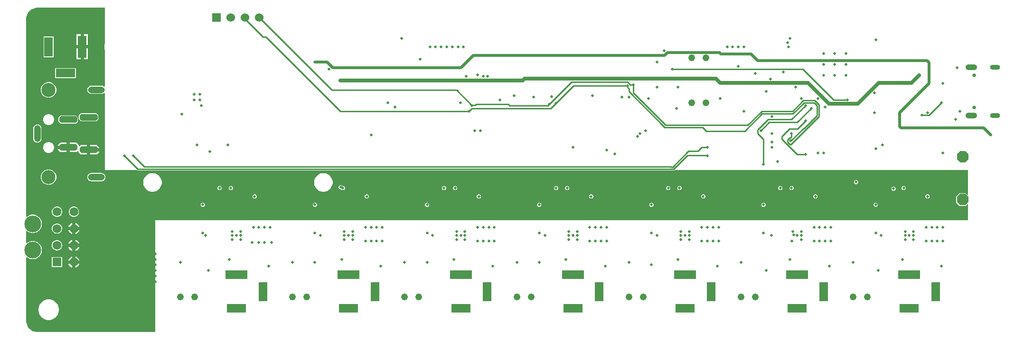
<source format=gbl>
G04*
G04 #@! TF.GenerationSoftware,Altium Limited,Altium Designer,24.4.1 (13)*
G04*
G04 Layer_Physical_Order=4*
G04 Layer_Color=16711680*
%FSLAX44Y44*%
%MOMM*%
G71*
G04*
G04 #@! TF.SameCoordinates,002769C6-68FF-4E06-BC95-C638BAA8078C*
G04*
G04*
G04 #@! TF.FilePolarity,Positive*
G04*
G01*
G75*
%ADD10C,0.2540*%
%ADD88C,3.0000*%
%ADD89C,1.5700*%
%ADD90R,1.5700X1.5700*%
%ADD101C,0.5080*%
%ADD102C,0.6350*%
%ADD104C,1.5240*%
%ADD105R,1.5240X1.5240*%
G04:AMPARAMS|DCode=106|XSize=2mm|YSize=2mm|CornerRadius=0mm|HoleSize=0mm|Usage=FLASHONLY|Rotation=0.000|XOffset=0mm|YOffset=0mm|HoleType=Round|Shape=Octagon|*
%AMOCTAGOND106*
4,1,8,1.0000,-0.5000,1.0000,0.5000,0.5000,1.0000,-0.5000,1.0000,-1.0000,0.5000,-1.0000,-0.5000,-0.5000,-1.0000,0.5000,-1.0000,1.0000,-0.5000,0.0*
%
%ADD106OCTAGOND106*%

%ADD107C,1.2192*%
%ADD108R,4.0000X1.5000*%
%ADD109R,3.5000X1.5000*%
%ADD110R,1.5000X3.5000*%
%ADD111O,2.1000X1.0500*%
%ADD112O,1.8000X0.9000*%
%ADD113C,0.6500*%
%ADD114C,2.5000*%
G04:AMPARAMS|DCode=115|XSize=1.2mm|YSize=3.2mm|CornerRadius=0mm|HoleSize=0mm|Usage=FLASHONLY|Rotation=90.000|XOffset=0mm|YOffset=0mm|HoleType=Round|Shape=Octagon|*
%AMOCTAGOND115*
4,1,8,-1.6000,-0.3000,-1.6000,0.3000,-1.3000,0.6000,1.3000,0.6000,1.6000,0.3000,1.6000,-0.3000,1.3000,-0.6000,-1.3000,-0.6000,-1.6000,-0.3000,0.0*
%
%ADD115OCTAGOND115*%

%ADD116O,1.2000X3.0000*%
%ADD117O,3.0000X1.2000*%
%ADD118R,1.5000X4.0000*%
%ADD119C,0.5000*%
G36*
X150000Y525493D02*
X149932Y525329D01*
X149230Y521799D01*
Y518201D01*
X149932Y514671D01*
X150000Y514507D01*
Y449120D01*
X148730Y448534D01*
X147666Y449350D01*
X145898Y450083D01*
X144000Y450333D01*
X126000D01*
X124102Y450083D01*
X122334Y449350D01*
X120815Y448185D01*
X119650Y446666D01*
X118917Y444898D01*
X118667Y443000D01*
X118917Y441102D01*
X119650Y439334D01*
X120815Y437815D01*
X122334Y436650D01*
X124102Y435917D01*
X126000Y435667D01*
X144000D01*
X145898Y435917D01*
X147666Y436650D01*
X148730Y437466D01*
X150000Y436880D01*
Y300000D01*
X206338D01*
X206880Y299457D01*
X207721Y298896D01*
X208712Y298699D01*
X1164310D01*
X1165301Y298896D01*
X1166142Y299457D01*
X1166684Y300000D01*
X1690000D01*
Y255564D01*
X1688827Y255078D01*
X1685635Y258270D01*
X1674365D01*
X1668730Y252635D01*
Y241365D01*
X1674365Y235730D01*
X1685635D01*
X1688827Y238922D01*
X1690000Y238436D01*
Y210000D01*
X240000D01*
Y10248D01*
X28705D01*
X26138Y10586D01*
X23637Y11256D01*
X21245Y12247D01*
X19003Y13541D01*
X16948Y15117D01*
X15117Y16948D01*
X13541Y19003D01*
X12247Y21245D01*
X11256Y23637D01*
X10586Y26138D01*
X10248Y28705D01*
Y30000D01*
Y143384D01*
X10953Y143676D01*
X11518Y143803D01*
X14093Y142082D01*
X17054Y140855D01*
X20198Y140230D01*
X23402D01*
X26546Y140855D01*
X29507Y142082D01*
X32171Y143862D01*
X34438Y146129D01*
X36218Y148793D01*
X37445Y151754D01*
X38070Y154897D01*
Y158103D01*
X37445Y161246D01*
X36218Y164207D01*
X34438Y166871D01*
X32171Y169138D01*
X29507Y170918D01*
X26546Y172145D01*
X23402Y172770D01*
X20198D01*
X17054Y172145D01*
X14093Y170918D01*
X11518Y169197D01*
X10953Y169324D01*
X10248Y169616D01*
Y190384D01*
X10953Y190676D01*
X11518Y190803D01*
X14093Y189082D01*
X17054Y187855D01*
X20198Y187230D01*
X23402D01*
X26546Y187855D01*
X29507Y189082D01*
X32171Y190862D01*
X34438Y193129D01*
X36218Y195793D01*
X37445Y198754D01*
X38070Y201898D01*
Y205103D01*
X37445Y208246D01*
X37155Y208944D01*
X37861Y210000D01*
X36718D01*
X36218Y211207D01*
X34438Y213871D01*
X32171Y216138D01*
X29507Y217918D01*
X26546Y219145D01*
X23402Y219770D01*
X20198D01*
X17054Y219145D01*
X14093Y217918D01*
X11518Y216197D01*
X10953Y216324D01*
X10248Y216616D01*
Y570000D01*
Y571295D01*
X10586Y573862D01*
X11256Y576363D01*
X12247Y578755D01*
X13541Y580997D01*
X15117Y583051D01*
X16948Y584883D01*
X19003Y586459D01*
X21245Y587753D01*
X23637Y588744D01*
X26138Y589414D01*
X28705Y589752D01*
X150000D01*
Y525493D01*
D02*
G37*
%LPC*%
G36*
X120040Y542540D02*
X113000D01*
Y523000D01*
X120040D01*
Y542540D01*
D02*
G37*
G36*
X107000D02*
X99960D01*
Y523000D01*
X107000D01*
Y542540D01*
D02*
G37*
G36*
X58770Y538770D02*
X41230D01*
Y501230D01*
X58770D01*
Y538770D01*
D02*
G37*
G36*
X120040Y517000D02*
X113000D01*
Y497460D01*
X120040D01*
Y517000D01*
D02*
G37*
G36*
X107000D02*
X99960D01*
Y497460D01*
X107000D01*
Y517000D01*
D02*
G37*
G36*
X98770Y481770D02*
X61230D01*
Y464230D01*
X98770D01*
Y481770D01*
D02*
G37*
G36*
X51813Y456770D02*
X48187D01*
X44685Y455832D01*
X41545Y454019D01*
X38981Y451455D01*
X37168Y448315D01*
X36230Y444813D01*
Y441187D01*
X37168Y437685D01*
X38981Y434545D01*
X41545Y431981D01*
X44685Y430168D01*
X48187Y429230D01*
X51813D01*
X55315Y430168D01*
X58455Y431981D01*
X61019Y434545D01*
X62832Y437685D01*
X63770Y441187D01*
Y444813D01*
X62832Y448315D01*
X61019Y451455D01*
X58455Y454019D01*
X55315Y455832D01*
X51813Y456770D01*
D02*
G37*
G36*
X135135Y401270D02*
X107865D01*
X104230Y397635D01*
Y390365D01*
X107865Y386730D01*
X135135D01*
X138770Y390365D01*
Y397635D01*
X135135Y401270D01*
D02*
G37*
G36*
X98635Y397270D02*
X71365D01*
X67730Y393635D01*
Y386365D01*
X71365Y382730D01*
X98635D01*
X102270Y386365D01*
Y393635D01*
X98635Y397270D01*
D02*
G37*
G36*
X51286Y399770D02*
X48714D01*
X46229Y399104D01*
X44001Y397818D01*
X42182Y395999D01*
X40896Y393771D01*
X40230Y391286D01*
Y388714D01*
X40896Y386229D01*
X42182Y384001D01*
X44001Y382182D01*
X46229Y380896D01*
X48714Y380230D01*
X51286D01*
X53771Y380896D01*
X55999Y382182D01*
X57818Y384001D01*
X59104Y386229D01*
X59770Y388714D01*
Y391286D01*
X59104Y393771D01*
X57818Y395999D01*
X55999Y397818D01*
X53771Y399104D01*
X51286Y399770D01*
D02*
G37*
G36*
X30000Y381333D02*
X28102Y381083D01*
X26334Y380350D01*
X24815Y379185D01*
X23650Y377666D01*
X22917Y375898D01*
X22667Y374000D01*
Y356000D01*
X22917Y354102D01*
X23650Y352334D01*
X24815Y350815D01*
X26334Y349650D01*
X28102Y348917D01*
X30000Y348667D01*
X31898Y348917D01*
X33666Y349650D01*
X35185Y350815D01*
X36350Y352334D01*
X37083Y354102D01*
X37333Y356000D01*
Y374000D01*
X37083Y375898D01*
X36350Y377666D01*
X35185Y379185D01*
X33666Y380350D01*
X31898Y381083D01*
X30000Y381333D01*
D02*
G37*
G36*
X82000Y348540D02*
X70730D01*
X66460Y344270D01*
Y343000D01*
X82000D01*
Y348540D01*
D02*
G37*
G36*
X135770Y344540D02*
X124500D01*
Y339000D01*
X140040D01*
Y340270D01*
X135770Y344540D01*
D02*
G37*
G36*
X82000Y337000D02*
X66460D01*
Y335730D01*
X70730Y331460D01*
X82000D01*
Y337000D01*
D02*
G37*
G36*
X51286Y349770D02*
X48714D01*
X46229Y349104D01*
X44001Y347818D01*
X42182Y345999D01*
X40896Y343771D01*
X40230Y341286D01*
Y338714D01*
X40896Y336229D01*
X42182Y334001D01*
X44001Y332182D01*
X46229Y330896D01*
X48714Y330230D01*
X51286D01*
X53771Y330896D01*
X55999Y332182D01*
X57818Y334001D01*
X59104Y336229D01*
X59770Y338714D01*
Y341286D01*
X59104Y343771D01*
X57818Y345999D01*
X55999Y347818D01*
X53771Y349104D01*
X51286Y349770D01*
D02*
G37*
G36*
X140040Y333000D02*
X124500D01*
Y327460D01*
X135770D01*
X140040Y331730D01*
Y333000D01*
D02*
G37*
G36*
X99270Y348540D02*
X88000D01*
Y340000D01*
Y331460D01*
X99270D01*
X101787Y333977D01*
X102960Y333491D01*
Y331730D01*
X107230Y327460D01*
X118500D01*
Y336000D01*
Y344540D01*
X107230D01*
X104713Y342023D01*
X103540Y342509D01*
Y344270D01*
X99270Y348540D01*
D02*
G37*
G36*
X144000Y294333D02*
X126000D01*
X124102Y294083D01*
X122334Y293350D01*
X120815Y292185D01*
X119650Y290666D01*
X118917Y288898D01*
X118667Y287000D01*
X118917Y285102D01*
X119650Y283334D01*
X120815Y281815D01*
X122334Y280650D01*
X124102Y279917D01*
X126000Y279667D01*
X144000D01*
X145898Y279917D01*
X147666Y280650D01*
X149185Y281815D01*
X150350Y283334D01*
X151083Y285102D01*
X151333Y287000D01*
X151083Y288898D01*
X150350Y290666D01*
X149185Y292185D01*
X147666Y293350D01*
X145898Y294083D01*
X144000Y294333D01*
D02*
G37*
G36*
X1490669Y282063D02*
X1489169D01*
X1487784Y281489D01*
X1486723Y280429D01*
X1486149Y279043D01*
Y277543D01*
X1486723Y276158D01*
X1487784Y275097D01*
X1489169Y274523D01*
X1490669D01*
X1492055Y275097D01*
X1493116Y276158D01*
X1493689Y277543D01*
Y279043D01*
X1493116Y280429D01*
X1492055Y281489D01*
X1490669Y282063D01*
D02*
G37*
G36*
X51813Y300770D02*
X48187D01*
X44685Y299832D01*
X41545Y298019D01*
X38981Y295455D01*
X37168Y292315D01*
X36230Y288813D01*
Y285187D01*
X37168Y281685D01*
X38981Y278545D01*
X41545Y275981D01*
X44685Y274168D01*
X48187Y273230D01*
X51813D01*
X55315Y274168D01*
X58455Y275981D01*
X61019Y278545D01*
X62832Y281685D01*
X63770Y285187D01*
Y288813D01*
X62832Y292315D01*
X61019Y295455D01*
X58455Y298019D01*
X55315Y299832D01*
X51813Y300770D01*
D02*
G37*
G36*
X1575750Y271270D02*
X1574250D01*
X1572865Y270696D01*
X1571804Y269636D01*
X1571230Y268250D01*
Y266750D01*
X1571804Y265364D01*
X1572865Y264304D01*
X1574250Y263730D01*
X1575750D01*
X1577135Y264304D01*
X1578196Y265364D01*
X1578770Y266750D01*
Y268250D01*
X1578196Y269636D01*
X1577135Y270696D01*
X1575750Y271270D01*
D02*
G37*
G36*
X1375750D02*
X1374250D01*
X1372865Y270696D01*
X1371804Y269636D01*
X1371230Y268250D01*
Y266750D01*
X1371804Y265364D01*
X1372865Y264304D01*
X1374250Y263730D01*
X1375750D01*
X1377135Y264304D01*
X1378196Y265364D01*
X1378770Y266750D01*
Y268250D01*
X1378196Y269636D01*
X1377135Y270696D01*
X1375750Y271270D01*
D02*
G37*
G36*
X1355750D02*
X1354250D01*
X1352865Y270696D01*
X1351804Y269636D01*
X1351230Y268250D01*
Y266750D01*
X1351804Y265364D01*
X1352865Y264304D01*
X1354250Y263730D01*
X1355750D01*
X1357135Y264304D01*
X1358196Y265364D01*
X1358770Y266750D01*
Y268250D01*
X1358196Y269636D01*
X1357135Y270696D01*
X1355750Y271270D01*
D02*
G37*
G36*
X1175750D02*
X1174250D01*
X1172865Y270696D01*
X1171804Y269636D01*
X1171230Y268250D01*
Y266750D01*
X1171804Y265364D01*
X1172865Y264304D01*
X1174250Y263730D01*
X1175750D01*
X1177135Y264304D01*
X1178196Y265364D01*
X1178770Y266750D01*
Y268250D01*
X1178196Y269636D01*
X1177135Y270696D01*
X1175750Y271270D01*
D02*
G37*
G36*
X1155750D02*
X1154250D01*
X1152865Y270696D01*
X1151804Y269636D01*
X1151230Y268250D01*
Y266750D01*
X1151804Y265364D01*
X1152865Y264304D01*
X1154250Y263730D01*
X1155750D01*
X1157136Y264304D01*
X1158196Y265364D01*
X1158770Y266750D01*
Y268250D01*
X1158196Y269636D01*
X1157136Y270696D01*
X1155750Y271270D01*
D02*
G37*
G36*
X975750D02*
X974250D01*
X972865Y270696D01*
X971804Y269636D01*
X971230Y268250D01*
Y266750D01*
X971804Y265364D01*
X972865Y264304D01*
X974250Y263730D01*
X975750D01*
X977135Y264304D01*
X978196Y265364D01*
X978770Y266750D01*
Y268250D01*
X978196Y269636D01*
X977135Y270696D01*
X975750Y271270D01*
D02*
G37*
G36*
X955750D02*
X954250D01*
X952865Y270696D01*
X951804Y269636D01*
X951230Y268250D01*
Y266750D01*
X951804Y265364D01*
X952865Y264304D01*
X954250Y263730D01*
X955750D01*
X957136Y264304D01*
X958196Y265364D01*
X958770Y266750D01*
Y268250D01*
X958196Y269636D01*
X957136Y270696D01*
X955750Y271270D01*
D02*
G37*
G36*
X775750D02*
X774250D01*
X772865Y270696D01*
X771804Y269636D01*
X771230Y268250D01*
Y266750D01*
X771804Y265364D01*
X772865Y264304D01*
X774250Y263730D01*
X775750D01*
X777135Y264304D01*
X778196Y265364D01*
X778770Y266750D01*
Y268250D01*
X778196Y269636D01*
X777135Y270696D01*
X775750Y271270D01*
D02*
G37*
G36*
X755750D02*
X754250D01*
X752865Y270696D01*
X751804Y269636D01*
X751230Y268250D01*
Y266750D01*
X751804Y265364D01*
X752865Y264304D01*
X754250Y263730D01*
X755750D01*
X757135Y264304D01*
X758196Y265364D01*
X758770Y266750D01*
Y268250D01*
X758196Y269636D01*
X757135Y270696D01*
X755750Y271270D01*
D02*
G37*
G36*
X571814Y272706D02*
X570314D01*
X568928Y272132D01*
X567868Y271072D01*
X567294Y269686D01*
Y268186D01*
X567868Y266801D01*
X568928Y265740D01*
X570314Y265166D01*
X571814D01*
X571947Y265221D01*
X572864Y264304D01*
X574250Y263730D01*
X575750D01*
X577136Y264304D01*
X578196Y265364D01*
X578770Y266750D01*
Y268250D01*
X578196Y269636D01*
X577136Y270696D01*
X575750Y271270D01*
X574250D01*
X574117Y271215D01*
X573199Y272132D01*
X571814Y272706D01*
D02*
G37*
G36*
X375750Y271270D02*
X374250D01*
X372864Y270696D01*
X371804Y269636D01*
X371230Y268250D01*
Y266750D01*
X371804Y265364D01*
X372864Y264304D01*
X374250Y263730D01*
X375750D01*
X377136Y264304D01*
X378196Y265364D01*
X378770Y266750D01*
Y268250D01*
X378196Y269636D01*
X377136Y270696D01*
X375750Y271270D01*
D02*
G37*
G36*
X355750D02*
X354250D01*
X352864Y270696D01*
X351804Y269636D01*
X351230Y268250D01*
Y266750D01*
X351804Y265364D01*
X352864Y264304D01*
X354250Y263730D01*
X355750D01*
X357136Y264304D01*
X358196Y265364D01*
X358770Y266750D01*
Y268250D01*
X358196Y269636D01*
X357136Y270696D01*
X355750Y271270D01*
D02*
G37*
G36*
X1557690Y270079D02*
X1556191D01*
X1554805Y269506D01*
X1553744Y268445D01*
X1553170Y267059D01*
Y265560D01*
X1553744Y264174D01*
X1554805Y263113D01*
X1556191Y262540D01*
X1557690D01*
X1559076Y263113D01*
X1560137Y264174D01*
X1560710Y265560D01*
Y267059D01*
X1560137Y268445D01*
X1559076Y269506D01*
X1557690Y270079D01*
D02*
G37*
G36*
X541626Y294010D02*
X538374D01*
X535184Y293375D01*
X532180Y292131D01*
X529476Y290324D01*
X527176Y288025D01*
X525369Y285320D01*
X524124Y282316D01*
X523490Y279126D01*
Y275874D01*
X524124Y272684D01*
X525369Y269680D01*
X527176Y266975D01*
X529476Y264676D01*
X532180Y262869D01*
X535184Y261625D01*
X538374Y260990D01*
X541626D01*
X544816Y261625D01*
X547820Y262869D01*
X550524Y264676D01*
X552824Y266975D01*
X554631Y269680D01*
X555876Y272684D01*
X556510Y275874D01*
Y279126D01*
X555876Y282316D01*
X554631Y285320D01*
X552824Y288025D01*
X550524Y290324D01*
X547820Y292131D01*
X544816Y293375D01*
X541626Y294010D01*
D02*
G37*
G36*
X236826D02*
X233574D01*
X230384Y293375D01*
X227380Y292131D01*
X224676Y290324D01*
X222376Y288025D01*
X220569Y285320D01*
X219324Y282316D01*
X218690Y279126D01*
Y275874D01*
X219324Y272684D01*
X220569Y269680D01*
X222376Y266975D01*
X224676Y264676D01*
X227380Y262869D01*
X230384Y261625D01*
X233574Y260990D01*
X236826D01*
X240016Y261625D01*
X243020Y262869D01*
X245725Y264676D01*
X248024Y266975D01*
X249831Y269680D01*
X251075Y272684D01*
X251710Y275874D01*
Y279126D01*
X251075Y282316D01*
X249831Y285320D01*
X248024Y288025D01*
X245725Y290324D01*
X243020Y292131D01*
X240016Y293375D01*
X236826Y294010D01*
D02*
G37*
G36*
X1618250Y256270D02*
X1616750D01*
X1615365Y255696D01*
X1614304Y254636D01*
X1613730Y253250D01*
Y251750D01*
X1614304Y250364D01*
X1615365Y249304D01*
X1616750Y248730D01*
X1618250D01*
X1619635Y249304D01*
X1620696Y250364D01*
X1621270Y251750D01*
Y253250D01*
X1620696Y254636D01*
X1619635Y255696D01*
X1618250Y256270D01*
D02*
G37*
G36*
X1418250D02*
X1416750D01*
X1415365Y255696D01*
X1414304Y254636D01*
X1413730Y253250D01*
Y251750D01*
X1414304Y250364D01*
X1415365Y249304D01*
X1416750Y248730D01*
X1418250D01*
X1419635Y249304D01*
X1420696Y250364D01*
X1421270Y251750D01*
Y253250D01*
X1420696Y254636D01*
X1419635Y255696D01*
X1418250Y256270D01*
D02*
G37*
G36*
X1218250D02*
X1216750D01*
X1215365Y255696D01*
X1214304Y254636D01*
X1213730Y253250D01*
Y251750D01*
X1214304Y250364D01*
X1215365Y249304D01*
X1216750Y248730D01*
X1218250D01*
X1219636Y249304D01*
X1220696Y250364D01*
X1221270Y251750D01*
Y253250D01*
X1220696Y254636D01*
X1219636Y255696D01*
X1218250Y256270D01*
D02*
G37*
G36*
X1018250D02*
X1016750D01*
X1015365Y255696D01*
X1014304Y254636D01*
X1013730Y253250D01*
Y251750D01*
X1014304Y250364D01*
X1015365Y249304D01*
X1016750Y248730D01*
X1018250D01*
X1019636Y249304D01*
X1020696Y250364D01*
X1021270Y251750D01*
Y253250D01*
X1020696Y254636D01*
X1019636Y255696D01*
X1018250Y256270D01*
D02*
G37*
G36*
X818250D02*
X816750D01*
X815365Y255696D01*
X814304Y254636D01*
X813730Y253250D01*
Y251750D01*
X814304Y250364D01*
X815365Y249304D01*
X816750Y248730D01*
X818250D01*
X819635Y249304D01*
X820696Y250364D01*
X821270Y251750D01*
Y253250D01*
X820696Y254636D01*
X819635Y255696D01*
X818250Y256270D01*
D02*
G37*
G36*
X618250D02*
X616750D01*
X615364Y255696D01*
X614304Y254636D01*
X613730Y253250D01*
Y251750D01*
X614304Y250364D01*
X615364Y249304D01*
X616750Y248730D01*
X618250D01*
X619636Y249304D01*
X620696Y250364D01*
X621270Y251750D01*
Y253250D01*
X620696Y254636D01*
X619636Y255696D01*
X618250Y256270D01*
D02*
G37*
G36*
X418250D02*
X416750D01*
X415364Y255696D01*
X414304Y254636D01*
X413730Y253250D01*
Y251750D01*
X414304Y250364D01*
X415364Y249304D01*
X416750Y248730D01*
X418250D01*
X419636Y249304D01*
X420696Y250364D01*
X421270Y251750D01*
Y253250D01*
X420696Y254636D01*
X419636Y255696D01*
X418250Y256270D01*
D02*
G37*
G36*
X1525750Y241270D02*
X1524250D01*
X1522865Y240696D01*
X1521804Y239636D01*
X1521230Y238250D01*
Y236750D01*
X1521804Y235364D01*
X1522865Y234304D01*
X1524250Y233730D01*
X1525750D01*
X1527135Y234304D01*
X1528196Y235364D01*
X1528770Y236750D01*
Y238250D01*
X1528196Y239636D01*
X1527135Y240696D01*
X1525750Y241270D01*
D02*
G37*
G36*
X1325670D02*
X1324170D01*
X1322784Y240696D01*
X1321724Y239636D01*
X1321150Y238250D01*
Y236750D01*
X1321724Y235364D01*
X1322784Y234304D01*
X1324170Y233730D01*
X1325670D01*
X1327056Y234304D01*
X1328116Y235364D01*
X1328690Y236750D01*
Y238250D01*
X1328116Y239636D01*
X1327056Y240696D01*
X1325670Y241270D01*
D02*
G37*
G36*
X1125750D02*
X1124250D01*
X1122865Y240696D01*
X1121804Y239636D01*
X1121230Y238250D01*
Y236750D01*
X1121804Y235364D01*
X1122865Y234304D01*
X1124250Y233730D01*
X1125750D01*
X1127135Y234304D01*
X1128196Y235364D01*
X1128770Y236750D01*
Y238250D01*
X1128196Y239636D01*
X1127135Y240696D01*
X1125750Y241270D01*
D02*
G37*
G36*
X925750D02*
X924250D01*
X922865Y240696D01*
X921804Y239636D01*
X921230Y238250D01*
Y236750D01*
X921804Y235364D01*
X922865Y234304D01*
X924250Y233730D01*
X925750D01*
X927135Y234304D01*
X928196Y235364D01*
X928770Y236750D01*
Y238250D01*
X928196Y239636D01*
X927135Y240696D01*
X925750Y241270D01*
D02*
G37*
G36*
X725750D02*
X724250D01*
X722865Y240696D01*
X721804Y239636D01*
X721230Y238250D01*
Y236750D01*
X721804Y235364D01*
X722865Y234304D01*
X724250Y233730D01*
X725750D01*
X727135Y234304D01*
X728196Y235364D01*
X728770Y236750D01*
Y238250D01*
X728196Y239636D01*
X727135Y240696D01*
X725750Y241270D01*
D02*
G37*
G36*
X525750D02*
X524250D01*
X522864Y240696D01*
X521804Y239636D01*
X521230Y238250D01*
Y236750D01*
X521804Y235364D01*
X522864Y234304D01*
X524250Y233730D01*
X525750D01*
X527136Y234304D01*
X528196Y235364D01*
X528770Y236750D01*
Y238250D01*
X528196Y239636D01*
X527136Y240696D01*
X525750Y241270D01*
D02*
G37*
G36*
X325750D02*
X324250D01*
X322864Y240696D01*
X321804Y239636D01*
X321230Y238250D01*
Y236750D01*
X321804Y235364D01*
X322864Y234304D01*
X324250Y233730D01*
X325750D01*
X327136Y234304D01*
X328196Y235364D01*
X328770Y236750D01*
Y238250D01*
X328196Y239636D01*
X327136Y240696D01*
X325750Y241270D01*
D02*
G37*
G36*
X96201Y234220D02*
X93799D01*
X91480Y233598D01*
X89400Y232398D01*
X87702Y230700D01*
X86502Y228620D01*
X85880Y226301D01*
Y223899D01*
X86502Y221580D01*
X87702Y219500D01*
X89400Y217802D01*
X91480Y216602D01*
X93799Y215980D01*
X96201D01*
X98520Y216602D01*
X100600Y217802D01*
X102298Y219500D01*
X103498Y221580D01*
X104120Y223899D01*
Y226301D01*
X103498Y228620D01*
X102298Y230700D01*
X100600Y232398D01*
X98520Y233598D01*
X96201Y234220D01*
D02*
G37*
G36*
X66201D02*
X63799D01*
X61480Y233598D01*
X59400Y232398D01*
X57702Y230700D01*
X56501Y228620D01*
X55880Y226301D01*
Y223899D01*
X56501Y221580D01*
X57702Y219500D01*
X59400Y217802D01*
X61480Y216602D01*
X63799Y215980D01*
X66201D01*
X68520Y216602D01*
X70600Y217802D01*
X72298Y219500D01*
X73499Y221580D01*
X74120Y223899D01*
Y226301D01*
X73499Y228620D01*
X72298Y230700D01*
X70600Y232398D01*
X68520Y233598D01*
X66201Y234220D01*
D02*
G37*
G36*
X98000Y205053D02*
Y198100D01*
X104953D01*
X104682Y199110D01*
X103314Y201480D01*
X101380Y203414D01*
X99010Y204782D01*
X98000Y205053D01*
D02*
G37*
G36*
X92000Y205053D02*
X90990Y204782D01*
X88620Y203414D01*
X86686Y201480D01*
X85318Y199110D01*
X85047Y198100D01*
X92000D01*
Y205053D01*
D02*
G37*
G36*
X66201Y204220D02*
X63799D01*
X61480Y203598D01*
X59400Y202398D01*
X57702Y200700D01*
X56501Y198620D01*
X55880Y196301D01*
Y193899D01*
X56501Y191580D01*
X57702Y189500D01*
X59400Y187802D01*
X61480Y186602D01*
X63799Y185980D01*
X66201D01*
X68520Y186602D01*
X70600Y187802D01*
X72298Y189500D01*
X73499Y191580D01*
X74120Y193899D01*
Y196301D01*
X73499Y198620D01*
X72298Y200700D01*
X70600Y202398D01*
X68520Y203598D01*
X66201Y204220D01*
D02*
G37*
G36*
X92000Y192100D02*
X85047D01*
X85318Y191090D01*
X86686Y188720D01*
X88620Y186786D01*
X90990Y185418D01*
X92000Y185147D01*
Y192100D01*
D02*
G37*
G36*
X104953D02*
X98000D01*
Y185147D01*
X99010Y185418D01*
X101380Y186786D01*
X103314Y188720D01*
X104682Y191090D01*
X104953Y192100D01*
D02*
G37*
G36*
X98000Y175053D02*
Y168100D01*
X104953D01*
X104682Y169110D01*
X103314Y171480D01*
X101380Y173414D01*
X99010Y174782D01*
X98000Y175053D01*
D02*
G37*
G36*
X92000Y175053D02*
X90990Y174782D01*
X88620Y173414D01*
X86686Y171480D01*
X85318Y169110D01*
X85047Y168100D01*
X92000D01*
Y175053D01*
D02*
G37*
G36*
X66201Y174220D02*
X63799D01*
X61480Y173598D01*
X59400Y172398D01*
X57702Y170700D01*
X56501Y168620D01*
X55880Y166301D01*
Y163899D01*
X56501Y161580D01*
X57702Y159500D01*
X59400Y157802D01*
X61480Y156601D01*
X63799Y155980D01*
X66201D01*
X68520Y156601D01*
X70600Y157802D01*
X72298Y159500D01*
X73499Y161580D01*
X74120Y163899D01*
Y166301D01*
X73499Y168620D01*
X72298Y170700D01*
X70600Y172398D01*
X68520Y173598D01*
X66201Y174220D01*
D02*
G37*
G36*
X92000Y162100D02*
X85047D01*
X85318Y161090D01*
X86686Y158720D01*
X88620Y156786D01*
X90990Y155418D01*
X92000Y155147D01*
Y162100D01*
D02*
G37*
G36*
X104953D02*
X98000D01*
Y155147D01*
X99010Y155418D01*
X101380Y156786D01*
X103314Y158720D01*
X104682Y161090D01*
X104953Y162100D01*
D02*
G37*
G36*
X98000Y145053D02*
Y138100D01*
X104953D01*
X104682Y139110D01*
X103314Y141480D01*
X101380Y143414D01*
X99010Y144782D01*
X98000Y145053D01*
D02*
G37*
G36*
X92000D02*
X90990Y144782D01*
X88620Y143414D01*
X86686Y141480D01*
X85318Y139110D01*
X85047Y138100D01*
X92000D01*
Y145053D01*
D02*
G37*
G36*
X74120Y144220D02*
X55880D01*
Y125980D01*
X74120D01*
Y144220D01*
D02*
G37*
G36*
X104953Y132100D02*
X98000D01*
Y125147D01*
X99010Y125418D01*
X101380Y126786D01*
X103314Y128720D01*
X104682Y131090D01*
X104953Y132100D01*
D02*
G37*
G36*
X92000D02*
X85047D01*
X85318Y131090D01*
X86686Y128720D01*
X88620Y126786D01*
X90990Y125418D01*
X92000Y125147D01*
Y132100D01*
D02*
G37*
G36*
X51799Y68270D02*
X48201D01*
X44671Y67568D01*
X41346Y66191D01*
X38354Y64191D01*
X35809Y61646D01*
X33809Y58654D01*
X32432Y55329D01*
X31730Y51799D01*
Y48201D01*
X32432Y44671D01*
X33809Y41346D01*
X35809Y38354D01*
X38354Y35809D01*
X41346Y33809D01*
X44671Y32432D01*
X48201Y31730D01*
X51799D01*
X55329Y32432D01*
X58654Y33809D01*
X61646Y35809D01*
X64191Y38354D01*
X66191Y41346D01*
X67568Y44671D01*
X68270Y48201D01*
Y51799D01*
X67568Y55329D01*
X66191Y58654D01*
X64191Y61646D01*
X61646Y64191D01*
X58654Y66191D01*
X55329Y67568D01*
X51799Y68270D01*
D02*
G37*
%LPD*%
D10*
X425700Y572140D02*
X555340Y442500D01*
X777540D01*
X805000Y415040D01*
X400000Y570000D02*
X432500Y537500D01*
X437500D01*
X1160628Y305098D02*
X1162732D01*
X1190878Y333244D01*
X201270Y325040D02*
X220913Y305397D01*
X1164310Y301288D02*
X1189382Y326360D01*
X185000Y325000D02*
X208712Y301288D01*
X220913Y305397D02*
X1160329D01*
X1060000Y282500D02*
Y295196D01*
X1160329Y305397D02*
X1160628Y305098D01*
X208712Y301288D02*
X1164310D01*
X437500Y537500D02*
X570000Y405000D01*
X1395000Y480000D02*
X1450000Y425000D01*
X1162500Y480000D02*
X1395000D01*
X1396166Y418610D02*
X1397596Y420040D01*
X1396126Y418610D02*
X1396166D01*
X1377128Y405000D02*
X1394548Y422420D01*
X1396018Y423850D02*
X1416538D01*
X1394548Y422420D02*
X1394588D01*
X1396018Y423850D01*
X1377596Y400080D02*
X1396126Y418610D01*
X1397596Y420040D02*
X1414960D01*
X1085000Y439944D02*
Y444960D01*
Y439944D02*
X1148754Y376190D01*
X1082971Y446989D02*
Y449579D01*
Y446989D02*
X1085000Y444960D01*
X1092460Y437872D02*
X1150332Y380000D01*
X1082500Y450049D02*
X1082971Y449579D01*
X1450000Y425000D02*
X1475000D01*
X1414960Y420040D02*
X1420000Y415000D01*
Y396916D02*
Y415000D01*
X1416538Y423850D02*
X1423810Y416578D01*
X1397691Y374607D02*
X1420000Y396916D01*
X1375000Y390000D02*
X1400000Y415000D01*
X1384984Y327500D02*
X1400000D01*
X1357500Y354984D02*
Y360000D01*
Y354984D02*
X1384984Y327500D01*
X1371015Y373515D02*
X1386015D01*
X1400000Y387500D01*
X1357500Y360000D02*
X1371015Y373515D01*
X1375000Y358643D02*
Y365000D01*
X1189382Y326360D02*
X1220951D01*
X1190878Y333244D02*
X1208244D01*
X1220951Y326360D02*
X1225000Y325040D01*
X1208244Y333244D02*
X1215000Y340000D01*
X1225000D01*
X955000Y419368D02*
X985681Y450049D01*
X1082500D01*
X942500Y417500D02*
X982500Y457500D01*
X1082177D02*
X1087177Y452500D01*
X982500Y457500D02*
X1082177D01*
X945632Y410000D02*
X955000Y419368D01*
X1087177Y452500D02*
X1092500D01*
X1092460Y437872D02*
Y452460D01*
X1092500Y452500D01*
X1150332Y380000D02*
X1297112D01*
X1216310Y376190D02*
X1223160Y369340D01*
X1148754Y376190D02*
X1216310D01*
X940040Y415040D02*
X942500Y417500D01*
X570000Y405000D02*
X800000D01*
X1223160Y369340D02*
X1291840D01*
X805000Y410000D02*
X945632D01*
X1297112Y380000D02*
X1322112Y405000D01*
X1377128D01*
X1322580Y400080D02*
X1377596D01*
X1333276Y390000D02*
X1375000D01*
X800000Y405000D02*
X805000Y410000D01*
X1291840Y369340D02*
X1322580Y400080D01*
X1320202Y370202D02*
X1335000Y385000D01*
X1320202Y369798D02*
Y370202D01*
X1314960Y365040D02*
Y371684D01*
X1333276Y390000D01*
X1373573Y351828D02*
X1396352Y374607D01*
X1368132Y349740D02*
X1372120Y345752D01*
X1368132Y353915D02*
X1371085Y356868D01*
X1373172Y351828D02*
X1373573D01*
X1396352Y374607D02*
X1397691D01*
X1374224Y345752D02*
X1423810Y395338D01*
X1368132Y349740D02*
Y353915D01*
X1372120Y345752D02*
X1374224D01*
X1373224Y356868D02*
X1375000Y358643D01*
X1423810Y395338D02*
Y416578D01*
X1371085Y356868D02*
X1373224D01*
X1620000Y397500D02*
X1642500Y420000D01*
X1607500Y397500D02*
X1620000D01*
X1385000Y385000D02*
X1410000Y410000D01*
X1335000Y385000D02*
X1385000D01*
X1314960Y365040D02*
X1325000Y355000D01*
Y310000D02*
Y355000D01*
X869707Y417500D02*
X872167Y415040D01*
X940040D01*
X812580Y417500D02*
X869707D01*
X805000Y415040D02*
X805471Y415511D01*
X810591D02*
X812580Y417500D01*
X805471Y415511D02*
X810591D01*
X1050000Y272500D02*
X1060000Y282500D01*
D88*
X21800Y156500D02*
D03*
Y203500D02*
D03*
D89*
X65000Y225100D02*
D03*
Y195100D02*
D03*
Y165100D02*
D03*
X95000Y135100D02*
D03*
Y165100D02*
D03*
Y195100D02*
D03*
Y225100D02*
D03*
D90*
X65000Y135100D02*
D03*
D101*
X785000Y482500D02*
X807500Y505000D01*
X546424Y492500D02*
X556424Y482500D01*
X785000D01*
X525000Y492500D02*
X546424D01*
X807500Y505000D02*
X1148438D01*
X1153344Y509906D01*
X1246495D01*
X1248901Y507500D01*
X1302500D01*
X1315000Y495000D01*
X1617024D02*
X1620000Y492024D01*
X1315000Y495000D02*
X1617024D01*
X1620000Y455000D02*
Y492024D01*
X1567500Y377976D02*
Y402500D01*
X1570476Y375000D02*
X1717500D01*
X1567500Y377976D02*
X1570476Y375000D01*
X1567500Y402500D02*
X1620000Y455000D01*
X1717500Y375000D02*
X1730000Y362500D01*
D102*
X570040Y460000D02*
X895762D01*
X570000Y460040D02*
X570040Y460000D01*
X895762D02*
X898977Y463215D01*
X1240210D01*
X1441727Y418055D02*
X1493233D01*
X1404326Y455456D02*
X1441727Y418055D01*
X1493233D02*
X1530634Y455456D01*
X1247969D02*
X1404326D01*
X1530634D02*
X1589201D01*
X1240210Y463215D02*
X1247969Y455456D01*
X1589201D02*
X1602500Y468754D01*
D104*
X425700Y572140D02*
D03*
X400300D02*
D03*
X374900D02*
D03*
D105*
X349500D02*
D03*
D106*
X1680000Y247000D02*
D03*
Y323000D02*
D03*
D107*
X285000Y72500D02*
D03*
X310400D02*
D03*
X1222400Y500000D02*
D03*
X1197000D02*
D03*
X510400Y72500D02*
D03*
X485000D02*
D03*
X1510400D02*
D03*
X1485000D02*
D03*
X1310400D02*
D03*
X1285000D02*
D03*
X1110400D02*
D03*
X1085000D02*
D03*
X910400D02*
D03*
X885000D02*
D03*
X710400D02*
D03*
X685000D02*
D03*
X1222400Y420000D02*
D03*
X1197000D02*
D03*
D108*
X385000Y112500D02*
D03*
X1585000D02*
D03*
X1385000D02*
D03*
X1185000D02*
D03*
X985000D02*
D03*
X785000D02*
D03*
X585000D02*
D03*
D109*
X385000Y52500D02*
D03*
X1585000D02*
D03*
X1385000D02*
D03*
X1185000D02*
D03*
X985000D02*
D03*
X785000D02*
D03*
X585000D02*
D03*
X80000Y473000D02*
D03*
D110*
X432000Y82500D02*
D03*
X1632000D02*
D03*
X1432000D02*
D03*
X1232000D02*
D03*
X1032000D02*
D03*
X832000D02*
D03*
X632000D02*
D03*
X50000Y520000D02*
D03*
D111*
X1695700Y397014D02*
D03*
Y483414D02*
D03*
D112*
X1737500Y397014D02*
D03*
Y483414D02*
D03*
D113*
X1700700Y469114D02*
D03*
Y411314D02*
D03*
D114*
X50000Y287000D02*
D03*
Y443000D02*
D03*
D115*
X121500Y394000D02*
D03*
Y336000D02*
D03*
X85000Y390000D02*
D03*
Y340000D02*
D03*
D116*
X30000Y365000D02*
D03*
D117*
X135000Y287000D02*
D03*
Y443000D02*
D03*
D118*
X110000Y520000D02*
D03*
D119*
X1556940Y266310D02*
D03*
X827460Y272500D02*
D03*
X832500Y467500D02*
D03*
X827460Y232500D02*
D03*
Y242500D02*
D03*
Y252500D02*
D03*
Y262500D02*
D03*
X840000D02*
D03*
Y242500D02*
D03*
Y252500D02*
D03*
Y272500D02*
D03*
Y232500D02*
D03*
X850000Y242500D02*
D03*
Y272500D02*
D03*
Y252500D02*
D03*
Y232500D02*
D03*
Y262500D02*
D03*
X855040Y425000D02*
D03*
X825000Y467500D02*
D03*
X915000Y430000D02*
D03*
X880000Y432500D02*
D03*
X425000Y170000D02*
D03*
X392500Y175000D02*
D03*
X329960Y182500D02*
D03*
X570000Y460040D02*
D03*
X355000Y267500D02*
D03*
X375000D02*
D03*
X430000Y272500D02*
D03*
X450000Y262500D02*
D03*
X377500Y182500D02*
D03*
Y190000D02*
D03*
X440000Y252500D02*
D03*
X430000Y242500D02*
D03*
X417500Y252500D02*
D03*
X430000Y262500D02*
D03*
X440000Y272500D02*
D03*
X430000Y252500D02*
D03*
X415000Y232500D02*
D03*
X440000Y262500D02*
D03*
X450000Y272500D02*
D03*
X405000Y227500D02*
D03*
X415000Y197500D02*
D03*
X440000Y232500D02*
D03*
X392500Y182500D02*
D03*
X450000Y242500D02*
D03*
X448936Y233564D02*
D03*
X425000Y197500D02*
D03*
X435000Y197500D02*
D03*
X655000Y420000D02*
D03*
X412500Y170000D02*
D03*
X445000Y197500D02*
D03*
X571064Y268936D02*
D03*
X525000Y237500D02*
D03*
X1060000Y295196D02*
D03*
X625795Y362380D02*
D03*
X525000Y492500D02*
D03*
X550000Y480000D02*
D03*
X1135000Y492460D02*
D03*
X1147968Y513454D02*
D03*
X1667500Y390000D02*
D03*
X1730000Y362500D02*
D03*
X1115000Y370000D02*
D03*
X1450000Y272500D02*
D03*
X1422500Y330000D02*
D03*
X1432500D02*
D03*
X1340000Y340000D02*
D03*
X1645000Y330000D02*
D03*
X1370000Y520000D02*
D03*
X1367500Y527500D02*
D03*
X790000Y520000D02*
D03*
X1162500Y480000D02*
D03*
X1280000Y485040D02*
D03*
X1360000Y474960D02*
D03*
X1310000Y472500D02*
D03*
X1337599Y462401D02*
D03*
X1382540Y447500D02*
D03*
X1247500Y427460D02*
D03*
X1422500D02*
D03*
X1392500D02*
D03*
X1120000Y427500D02*
D03*
X1085000Y430000D02*
D03*
X1072500D02*
D03*
X1400000Y415000D02*
D03*
X1475000Y425000D02*
D03*
X1522500Y402500D02*
D03*
X1435000Y412500D02*
D03*
X1400000Y327500D02*
D03*
X1375000Y365000D02*
D03*
X1400000Y387500D02*
D03*
X325000Y187500D02*
D03*
Y237500D02*
D03*
X440000Y242500D02*
D03*
X450000Y252500D02*
D03*
X335000Y120000D02*
D03*
X442500Y127500D02*
D03*
X285000Y135000D02*
D03*
X372500Y140000D02*
D03*
X447314Y170186D02*
D03*
X435000Y170000D02*
D03*
X377500Y175000D02*
D03*
X385000Y182500D02*
D03*
X392500Y190000D02*
D03*
X430000Y232500D02*
D03*
X185000Y325000D02*
D03*
X1060000Y328850D02*
D03*
X201270Y325040D02*
D03*
X1082500Y450049D02*
D03*
X1092500Y452500D02*
D03*
X1135000Y447500D02*
D03*
X1170000Y410000D02*
D03*
X1172500Y448055D02*
D03*
X1522500Y437500D02*
D03*
X947500Y430991D02*
D03*
X1330000Y440000D02*
D03*
X1020000Y432540D02*
D03*
X1340056Y395040D02*
D03*
X1320202Y369798D02*
D03*
X1373172Y351828D02*
D03*
X1225000Y325040D02*
D03*
X1645000Y454960D02*
D03*
X1602500Y468754D02*
D03*
X1489919Y278293D02*
D03*
X1607500Y397500D02*
D03*
X1617500Y402540D02*
D03*
X1670000Y482500D02*
D03*
X1675000Y405000D02*
D03*
X1642500Y420000D02*
D03*
X315000Y345000D02*
D03*
X985000Y340000D02*
D03*
X1045000Y335000D02*
D03*
X370000Y345000D02*
D03*
X1105000Y365000D02*
D03*
X1225000Y340000D02*
D03*
X1350000Y315000D02*
D03*
X1410000Y410000D02*
D03*
X1325000Y310000D02*
D03*
X1340000Y350000D02*
D03*
X795000Y466945D02*
D03*
X815000Y470000D02*
D03*
X712500Y497500D02*
D03*
X784656Y420344D02*
D03*
X667500Y412500D02*
D03*
X805000Y415040D02*
D03*
X310000Y425000D02*
D03*
Y435000D02*
D03*
X320000D02*
D03*
Y425000D02*
D03*
X1324920Y237500D02*
D03*
Y187500D02*
D03*
X1338810Y182500D02*
D03*
X1250000Y275000D02*
D03*
X1240000D02*
D03*
X1250000Y265000D02*
D03*
X1240000D02*
D03*
X1250000Y255000D02*
D03*
X1230000Y275000D02*
D03*
X1250000Y245000D02*
D03*
X1230000Y265000D02*
D03*
X1240000Y255000D02*
D03*
X925000Y237500D02*
D03*
X1040000Y272500D02*
D03*
X1050000D02*
D03*
X1100000Y360000D02*
D03*
X1230000Y255000D02*
D03*
X1250000Y235000D02*
D03*
X1240000Y245000D02*
D03*
X1217500Y252500D02*
D03*
X1240000Y235000D02*
D03*
X1230000Y245000D02*
D03*
X337500Y332500D02*
D03*
X287500Y400000D02*
D03*
X322500Y415000D02*
D03*
X680000Y535000D02*
D03*
X730000Y520000D02*
D03*
X770000D02*
D03*
X750000D02*
D03*
X740000D02*
D03*
X780000D02*
D03*
X760000D02*
D03*
X1290000D02*
D03*
X1280000D02*
D03*
X1270000D02*
D03*
X1260000D02*
D03*
X1525000Y532500D02*
D03*
X1372500Y535000D02*
D03*
X1340000Y365000D02*
D03*
X1525000Y337500D02*
D03*
X1537500Y345000D02*
D03*
X1432250Y488500D02*
D03*
X1290000Y405000D02*
D03*
X190000Y100000D02*
D03*
X180000D02*
D03*
X170000D02*
D03*
X160000D02*
D03*
X150000D02*
D03*
Y110000D02*
D03*
Y120000D02*
D03*
Y130000D02*
D03*
Y140000D02*
D03*
Y150000D02*
D03*
X240000Y100000D02*
D03*
Y110000D02*
D03*
Y120000D02*
D03*
Y130000D02*
D03*
Y140000D02*
D03*
Y150000D02*
D03*
X230000D02*
D03*
Y140000D02*
D03*
Y130000D02*
D03*
Y120000D02*
D03*
Y110000D02*
D03*
Y100000D02*
D03*
X220000D02*
D03*
Y110000D02*
D03*
Y120000D02*
D03*
Y130000D02*
D03*
Y140000D02*
D03*
Y150000D02*
D03*
X210000Y100000D02*
D03*
Y110000D02*
D03*
Y120000D02*
D03*
Y130000D02*
D03*
Y140000D02*
D03*
Y150000D02*
D03*
X200000Y100000D02*
D03*
Y110000D02*
D03*
Y120000D02*
D03*
Y130000D02*
D03*
Y140000D02*
D03*
Y150000D02*
D03*
X1432250Y508250D02*
D03*
X1471750Y468750D02*
D03*
X1452000D02*
D03*
X1432250D02*
D03*
X1452000Y508250D02*
D03*
X1471750D02*
D03*
Y488500D02*
D03*
X1452000D02*
D03*
X800000Y405000D02*
D03*
X942500Y417500D02*
D03*
X955000Y419368D02*
D03*
X1530000Y120000D02*
D03*
X1378564Y183564D02*
D03*
X1375186Y172686D02*
D03*
X1485000Y135000D02*
D03*
X1330000Y120000D02*
D03*
X1125000Y130000D02*
D03*
X925000Y135000D02*
D03*
X725000D02*
D03*
X525000D02*
D03*
X525000Y187500D02*
D03*
X810000Y370000D02*
D03*
X820000D02*
D03*
X1615000Y172500D02*
D03*
X1630000Y242500D02*
D03*
X1640000Y262500D02*
D03*
X1630000D02*
D03*
X1615000Y197500D02*
D03*
X1645000D02*
D03*
X1640000Y232500D02*
D03*
X1615000D02*
D03*
X1605000Y227500D02*
D03*
X1650000Y272500D02*
D03*
X1640000D02*
D03*
X1630000D02*
D03*
X1625000Y197500D02*
D03*
X1635000D02*
D03*
X1625000Y172500D02*
D03*
X1635000D02*
D03*
X1642500Y127500D02*
D03*
X1525000Y237500D02*
D03*
Y187500D02*
D03*
X1535000Y182500D02*
D03*
X1617500Y252500D02*
D03*
X1575000Y267500D02*
D03*
X1592500Y182500D02*
D03*
Y190000D02*
D03*
Y175000D02*
D03*
X1577500Y190000D02*
D03*
X1585000Y182500D02*
D03*
X1577500D02*
D03*
Y175000D02*
D03*
X1572500Y140000D02*
D03*
X1205000Y227500D02*
D03*
X1245000Y172500D02*
D03*
X1225000Y197500D02*
D03*
X1235000D02*
D03*
Y172500D02*
D03*
X1225000D02*
D03*
X1242500Y127500D02*
D03*
X1125000Y237500D02*
D03*
Y187500D02*
D03*
X1135000Y182500D02*
D03*
X1175000Y267500D02*
D03*
X1155000D02*
D03*
X1085000Y135000D02*
D03*
X1192500Y182500D02*
D03*
Y175000D02*
D03*
Y190000D02*
D03*
X1177500D02*
D03*
X1185000Y182500D02*
D03*
X1177500D02*
D03*
Y175000D02*
D03*
X1172500Y140000D02*
D03*
X1440000Y242500D02*
D03*
X1430000Y252500D02*
D03*
Y262500D02*
D03*
X1445000Y197500D02*
D03*
X1430000Y232500D02*
D03*
X1415000D02*
D03*
X1405000Y227500D02*
D03*
X1450000Y242500D02*
D03*
Y252500D02*
D03*
Y262500D02*
D03*
X1440000Y272500D02*
D03*
X1430000D02*
D03*
X1425000Y197500D02*
D03*
X1435000D02*
D03*
Y172500D02*
D03*
X1425000D02*
D03*
X1442500Y127500D02*
D03*
X1417500Y252500D02*
D03*
X1375000Y267500D02*
D03*
X1355000D02*
D03*
X1285000Y135000D02*
D03*
X1392500Y182500D02*
D03*
Y175000D02*
D03*
Y190000D02*
D03*
X1377500D02*
D03*
X1385000Y182500D02*
D03*
X1372500Y140000D02*
D03*
X1245000Y197500D02*
D03*
X1230000Y235000D02*
D03*
X1215000Y232500D02*
D03*
X1040000Y242500D02*
D03*
X1030000D02*
D03*
X1040000Y262500D02*
D03*
X1030000D02*
D03*
X1015000Y197500D02*
D03*
X1045000D02*
D03*
X1005000Y227500D02*
D03*
X1050000Y262500D02*
D03*
X1030000Y272500D02*
D03*
X1025000Y197500D02*
D03*
X1035000D02*
D03*
Y172500D02*
D03*
X1025000D02*
D03*
X1042500Y127500D02*
D03*
X925000Y187500D02*
D03*
X935000Y182500D02*
D03*
X1017500Y252500D02*
D03*
X975000Y267500D02*
D03*
X955000D02*
D03*
X885000Y135000D02*
D03*
X992500Y182500D02*
D03*
Y175000D02*
D03*
Y190000D02*
D03*
X977500D02*
D03*
X985000Y182500D02*
D03*
X977500D02*
D03*
Y175000D02*
D03*
X972500Y140000D02*
D03*
X815000Y232500D02*
D03*
X835000Y197500D02*
D03*
X825000D02*
D03*
X835000Y172500D02*
D03*
X825000D02*
D03*
X842500Y127500D02*
D03*
X725000Y237500D02*
D03*
Y187500D02*
D03*
X735000Y182500D02*
D03*
X817500Y252500D02*
D03*
X775000Y267500D02*
D03*
X755000D02*
D03*
X685000Y135000D02*
D03*
X792500Y182500D02*
D03*
Y175000D02*
D03*
Y190000D02*
D03*
X777500D02*
D03*
X785000Y182500D02*
D03*
X777500D02*
D03*
Y175000D02*
D03*
X772500Y140000D02*
D03*
X615000Y172500D02*
D03*
X640000Y242500D02*
D03*
Y262500D02*
D03*
X650000D02*
D03*
Y272500D02*
D03*
X635000Y197500D02*
D03*
X625000D02*
D03*
X635000Y172500D02*
D03*
X625000D02*
D03*
X642500Y127500D02*
D03*
X535000Y182500D02*
D03*
X617500Y252500D02*
D03*
X575000Y267500D02*
D03*
X485000Y135000D02*
D03*
X592500Y182500D02*
D03*
Y175000D02*
D03*
Y190000D02*
D03*
X577500D02*
D03*
X585000Y182500D02*
D03*
X577500D02*
D03*
Y175000D02*
D03*
X572500Y140000D02*
D03*
X815000Y172500D02*
D03*
X845000Y197500D02*
D03*
Y172500D02*
D03*
X640000Y252500D02*
D03*
X630000Y262500D02*
D03*
X615000Y197500D02*
D03*
X645000D02*
D03*
X640000Y232500D02*
D03*
X645000Y172500D02*
D03*
X650000Y242500D02*
D03*
X1640000D02*
D03*
Y252500D02*
D03*
X1630000D02*
D03*
Y232500D02*
D03*
X1650000D02*
D03*
X1645000Y172500D02*
D03*
X1650000Y242500D02*
D03*
Y252500D02*
D03*
Y262500D02*
D03*
X1415000Y172500D02*
D03*
X1430000Y242500D02*
D03*
X1440000Y252500D02*
D03*
Y262500D02*
D03*
X1415000Y197500D02*
D03*
X1440000Y232500D02*
D03*
X1450000D02*
D03*
X1445000Y172500D02*
D03*
X1215000D02*
D03*
Y197500D02*
D03*
X1015000Y172500D02*
D03*
X1040000Y252500D02*
D03*
X1030000D02*
D03*
X1040000Y232500D02*
D03*
X1030000D02*
D03*
X1015000D02*
D03*
X1050000D02*
D03*
X1045000Y172500D02*
D03*
X1050000Y242500D02*
D03*
Y252500D02*
D03*
X815000Y197500D02*
D03*
X805000Y227500D02*
D03*
X630000Y242500D02*
D03*
Y252500D02*
D03*
Y232500D02*
D03*
X615000D02*
D03*
X605000Y227500D02*
D03*
X650000Y232500D02*
D03*
Y252500D02*
D03*
X640000Y272500D02*
D03*
X630000D02*
D03*
M02*

</source>
